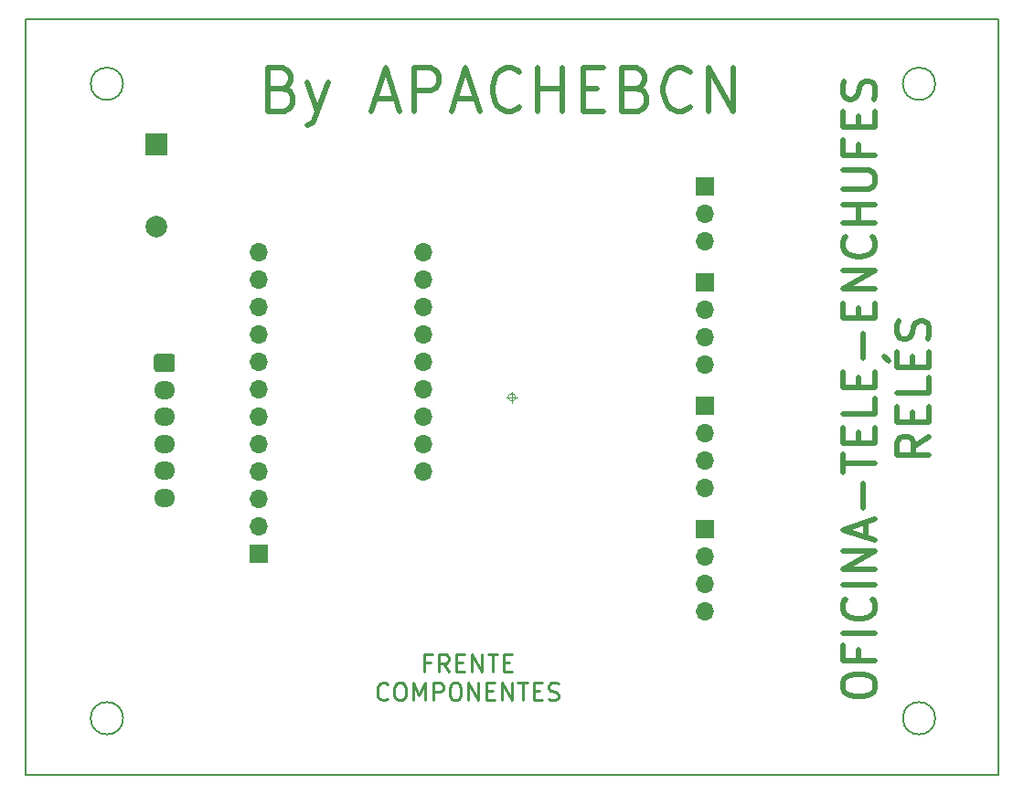
<source format=gtl>
%TF.GenerationSoftware,KiCad,Pcbnew,5.1.10*%
%TF.CreationDate,2021-07-26T03:00:59+02:00*%
%TF.ProjectId,OFICINA-TELE-ENCHUFES-RELES,4f464943-494e-4412-9d54-454c452d454e,rev?*%
%TF.SameCoordinates,Original*%
%TF.FileFunction,Copper,L1,Top*%
%TF.FilePolarity,Positive*%
%FSLAX45Y45*%
G04 Gerber Fmt 4.5, Leading zero omitted, Abs format (unit mm)*
G04 Created by KiCad (PCBNEW 5.1.10) date 2021-07-26 03:00:59*
%MOMM*%
%LPD*%
G01*
G04 APERTURE LIST*
%TA.AperFunction,Profile*%
%ADD10C,0.100000*%
%TD*%
%TA.AperFunction,Profile*%
%ADD11C,0.200000*%
%TD*%
%TA.AperFunction,NonConductor*%
%ADD12C,0.500000*%
%TD*%
%TA.AperFunction,NonConductor*%
%ADD13C,0.250000*%
%TD*%
%TA.AperFunction,ComponentPad*%
%ADD14O,1.700000X1.700000*%
%TD*%
%TA.AperFunction,ComponentPad*%
%ADD15R,1.700000X1.700000*%
%TD*%
%TA.AperFunction,ComponentPad*%
%ADD16O,1.950000X1.700000*%
%TD*%
%TA.AperFunction,ComponentPad*%
%ADD17R,2.000000X2.000000*%
%TD*%
%TA.AperFunction,ComponentPad*%
%ADD18C,2.000000*%
%TD*%
G04 APERTURE END LIST*
D10*
X16113533Y-8260100D02*
G75*
G03*
X16113533Y-8260100I-33333J0D01*
G01*
X16030200Y-8260100D02*
X16130200Y-8260100D01*
X16080200Y-8210100D02*
X16080200Y-8310100D01*
D11*
X11576020Y-11759890D02*
X11576020Y-4759890D01*
X20585020Y-4759890D02*
X11576020Y-4759890D01*
X20585020Y-11759890D02*
X20585020Y-4759890D01*
X11576020Y-11759890D02*
X20585020Y-11759890D01*
X20000600Y-11234300D02*
G75*
G03*
X20000600Y-11234300I-150000J0D01*
G01*
X20000600Y-5355900D02*
G75*
G03*
X20000600Y-5355900I-150000J0D01*
G01*
X12479900Y-5355900D02*
G75*
G03*
X12479900Y-5355900I-150000J0D01*
G01*
X12479900Y-11234300D02*
G75*
G03*
X12479900Y-11234300I-150000J0D01*
G01*
D12*
X19144714Y-10958171D02*
X19144714Y-10901029D01*
X19159000Y-10872457D01*
X19187571Y-10843886D01*
X19244714Y-10829600D01*
X19344714Y-10829600D01*
X19401857Y-10843886D01*
X19430429Y-10872457D01*
X19444714Y-10901029D01*
X19444714Y-10958171D01*
X19430429Y-10986743D01*
X19401857Y-11015314D01*
X19344714Y-11029600D01*
X19244714Y-11029600D01*
X19187571Y-11015314D01*
X19159000Y-10986743D01*
X19144714Y-10958171D01*
X19287571Y-10601029D02*
X19287571Y-10701029D01*
X19444714Y-10701029D02*
X19144714Y-10701029D01*
X19144714Y-10558171D01*
X19444714Y-10443886D02*
X19144714Y-10443886D01*
X19416143Y-10129600D02*
X19430429Y-10143886D01*
X19444714Y-10186743D01*
X19444714Y-10215314D01*
X19430429Y-10258171D01*
X19401857Y-10286743D01*
X19373286Y-10301029D01*
X19316143Y-10315314D01*
X19273286Y-10315314D01*
X19216143Y-10301029D01*
X19187571Y-10286743D01*
X19159000Y-10258171D01*
X19144714Y-10215314D01*
X19144714Y-10186743D01*
X19159000Y-10143886D01*
X19173286Y-10129600D01*
X19444714Y-10001029D02*
X19144714Y-10001029D01*
X19444714Y-9858171D02*
X19144714Y-9858171D01*
X19444714Y-9686743D01*
X19144714Y-9686743D01*
X19359000Y-9558171D02*
X19359000Y-9415314D01*
X19444714Y-9586743D02*
X19144714Y-9486743D01*
X19444714Y-9386743D01*
X19330429Y-9286743D02*
X19330429Y-9058171D01*
X19144714Y-8958171D02*
X19144714Y-8786743D01*
X19444714Y-8872457D02*
X19144714Y-8872457D01*
X19287571Y-8686743D02*
X19287571Y-8586743D01*
X19444714Y-8543886D02*
X19444714Y-8686743D01*
X19144714Y-8686743D01*
X19144714Y-8543886D01*
X19444714Y-8272457D02*
X19444714Y-8415314D01*
X19144714Y-8415314D01*
X19287571Y-8172457D02*
X19287571Y-8072457D01*
X19444714Y-8029600D02*
X19444714Y-8172457D01*
X19144714Y-8172457D01*
X19144714Y-8029600D01*
X19330429Y-7901028D02*
X19330429Y-7672457D01*
X19287571Y-7529600D02*
X19287571Y-7429600D01*
X19444714Y-7386743D02*
X19444714Y-7529600D01*
X19144714Y-7529600D01*
X19144714Y-7386743D01*
X19444714Y-7258171D02*
X19144714Y-7258171D01*
X19444714Y-7086743D01*
X19144714Y-7086743D01*
X19416143Y-6772457D02*
X19430429Y-6786743D01*
X19444714Y-6829600D01*
X19444714Y-6858171D01*
X19430429Y-6901028D01*
X19401857Y-6929600D01*
X19373286Y-6943886D01*
X19316143Y-6958171D01*
X19273286Y-6958171D01*
X19216143Y-6943886D01*
X19187571Y-6929600D01*
X19159000Y-6901028D01*
X19144714Y-6858171D01*
X19144714Y-6829600D01*
X19159000Y-6786743D01*
X19173286Y-6772457D01*
X19444714Y-6643886D02*
X19144714Y-6643886D01*
X19287571Y-6643886D02*
X19287571Y-6472457D01*
X19444714Y-6472457D02*
X19144714Y-6472457D01*
X19144714Y-6329600D02*
X19387571Y-6329600D01*
X19416143Y-6315314D01*
X19430429Y-6301028D01*
X19444714Y-6272457D01*
X19444714Y-6215314D01*
X19430429Y-6186743D01*
X19416143Y-6172457D01*
X19387571Y-6158171D01*
X19144714Y-6158171D01*
X19287571Y-5915314D02*
X19287571Y-6015314D01*
X19444714Y-6015314D02*
X19144714Y-6015314D01*
X19144714Y-5872457D01*
X19287571Y-5758171D02*
X19287571Y-5658171D01*
X19444714Y-5615314D02*
X19444714Y-5758171D01*
X19144714Y-5758171D01*
X19144714Y-5615314D01*
X19430429Y-5501029D02*
X19444714Y-5458171D01*
X19444714Y-5386743D01*
X19430429Y-5358171D01*
X19416143Y-5343886D01*
X19387571Y-5329600D01*
X19359000Y-5329600D01*
X19330429Y-5343886D01*
X19316143Y-5358171D01*
X19301857Y-5386743D01*
X19287571Y-5443886D01*
X19273286Y-5472457D01*
X19259000Y-5486743D01*
X19230429Y-5501029D01*
X19201857Y-5501029D01*
X19173286Y-5486743D01*
X19159000Y-5472457D01*
X19144714Y-5443886D01*
X19144714Y-5372457D01*
X19159000Y-5329600D01*
X19944714Y-8622457D02*
X19801857Y-8722457D01*
X19944714Y-8793886D02*
X19644714Y-8793886D01*
X19644714Y-8679600D01*
X19659000Y-8651029D01*
X19673286Y-8636743D01*
X19701857Y-8622457D01*
X19744714Y-8622457D01*
X19773286Y-8636743D01*
X19787571Y-8651029D01*
X19801857Y-8679600D01*
X19801857Y-8793886D01*
X19787571Y-8493886D02*
X19787571Y-8393886D01*
X19944714Y-8351028D02*
X19944714Y-8493886D01*
X19644714Y-8493886D01*
X19644714Y-8351028D01*
X19944714Y-8079600D02*
X19944714Y-8222457D01*
X19644714Y-8222457D01*
X19787571Y-7979600D02*
X19787571Y-7879600D01*
X19944714Y-7836743D02*
X19944714Y-7979600D01*
X19644714Y-7979600D01*
X19644714Y-7836743D01*
X19530429Y-7879600D02*
X19573286Y-7922457D01*
X19930429Y-7722457D02*
X19944714Y-7679600D01*
X19944714Y-7608171D01*
X19930429Y-7579600D01*
X19916143Y-7565314D01*
X19887571Y-7551028D01*
X19859000Y-7551028D01*
X19830429Y-7565314D01*
X19816143Y-7579600D01*
X19801857Y-7608171D01*
X19787571Y-7665314D01*
X19773286Y-7693886D01*
X19759000Y-7708171D01*
X19730429Y-7722457D01*
X19701857Y-7722457D01*
X19673286Y-7708171D01*
X19659000Y-7693886D01*
X19644714Y-7665314D01*
X19644714Y-7593886D01*
X19659000Y-7551028D01*
X13957052Y-5399029D02*
X14014195Y-5418076D01*
X14033243Y-5437124D01*
X14052290Y-5475219D01*
X14052290Y-5532362D01*
X14033243Y-5570457D01*
X14014195Y-5589505D01*
X13976100Y-5608552D01*
X13823719Y-5608552D01*
X13823719Y-5208552D01*
X13957052Y-5208552D01*
X13995148Y-5227600D01*
X14014195Y-5246648D01*
X14033243Y-5284743D01*
X14033243Y-5322838D01*
X14014195Y-5360933D01*
X13995148Y-5379981D01*
X13957052Y-5399029D01*
X13823719Y-5399029D01*
X14185624Y-5341886D02*
X14280862Y-5608552D01*
X14376100Y-5341886D02*
X14280862Y-5608552D01*
X14242767Y-5703790D01*
X14223719Y-5722838D01*
X14185624Y-5741886D01*
X14814195Y-5494267D02*
X15004671Y-5494267D01*
X14776100Y-5608552D02*
X14909433Y-5208552D01*
X15042767Y-5608552D01*
X15176100Y-5608552D02*
X15176100Y-5208552D01*
X15328481Y-5208552D01*
X15366576Y-5227600D01*
X15385624Y-5246648D01*
X15404671Y-5284743D01*
X15404671Y-5341886D01*
X15385624Y-5379981D01*
X15366576Y-5399029D01*
X15328481Y-5418076D01*
X15176100Y-5418076D01*
X15557052Y-5494267D02*
X15747528Y-5494267D01*
X15518957Y-5608552D02*
X15652290Y-5208552D01*
X15785624Y-5608552D01*
X16147528Y-5570457D02*
X16128481Y-5589505D01*
X16071338Y-5608552D01*
X16033243Y-5608552D01*
X15976100Y-5589505D01*
X15938005Y-5551410D01*
X15918957Y-5513314D01*
X15899909Y-5437124D01*
X15899909Y-5379981D01*
X15918957Y-5303790D01*
X15938005Y-5265695D01*
X15976100Y-5227600D01*
X16033243Y-5208552D01*
X16071338Y-5208552D01*
X16128481Y-5227600D01*
X16147528Y-5246648D01*
X16318957Y-5608552D02*
X16318957Y-5208552D01*
X16318957Y-5399029D02*
X16547528Y-5399029D01*
X16547528Y-5608552D02*
X16547528Y-5208552D01*
X16738005Y-5399029D02*
X16871338Y-5399029D01*
X16928481Y-5608552D02*
X16738005Y-5608552D01*
X16738005Y-5208552D01*
X16928481Y-5208552D01*
X17233243Y-5399029D02*
X17290386Y-5418076D01*
X17309433Y-5437124D01*
X17328481Y-5475219D01*
X17328481Y-5532362D01*
X17309433Y-5570457D01*
X17290386Y-5589505D01*
X17252290Y-5608552D01*
X17099910Y-5608552D01*
X17099910Y-5208552D01*
X17233243Y-5208552D01*
X17271338Y-5227600D01*
X17290386Y-5246648D01*
X17309433Y-5284743D01*
X17309433Y-5322838D01*
X17290386Y-5360933D01*
X17271338Y-5379981D01*
X17233243Y-5399029D01*
X17099910Y-5399029D01*
X17728481Y-5570457D02*
X17709433Y-5589505D01*
X17652290Y-5608552D01*
X17614195Y-5608552D01*
X17557052Y-5589505D01*
X17518957Y-5551410D01*
X17499910Y-5513314D01*
X17480862Y-5437124D01*
X17480862Y-5379981D01*
X17499910Y-5303790D01*
X17518957Y-5265695D01*
X17557052Y-5227600D01*
X17614195Y-5208552D01*
X17652290Y-5208552D01*
X17709433Y-5227600D01*
X17728481Y-5246648D01*
X17899910Y-5608552D02*
X17899910Y-5208552D01*
X18128481Y-5608552D01*
X18128481Y-5208552D01*
D13*
X15324633Y-10719271D02*
X15271300Y-10719271D01*
X15271300Y-10803081D02*
X15271300Y-10643081D01*
X15347490Y-10643081D01*
X15499871Y-10803081D02*
X15446538Y-10726890D01*
X15408443Y-10803081D02*
X15408443Y-10643081D01*
X15469395Y-10643081D01*
X15484633Y-10650700D01*
X15492252Y-10658319D01*
X15499871Y-10673557D01*
X15499871Y-10696414D01*
X15492252Y-10711652D01*
X15484633Y-10719271D01*
X15469395Y-10726890D01*
X15408443Y-10726890D01*
X15568443Y-10719271D02*
X15621776Y-10719271D01*
X15644633Y-10803081D02*
X15568443Y-10803081D01*
X15568443Y-10643081D01*
X15644633Y-10643081D01*
X15713205Y-10803081D02*
X15713205Y-10643081D01*
X15804633Y-10803081D01*
X15804633Y-10643081D01*
X15857967Y-10643081D02*
X15949395Y-10643081D01*
X15903681Y-10803081D02*
X15903681Y-10643081D01*
X16002728Y-10719271D02*
X16056062Y-10719271D01*
X16078919Y-10803081D02*
X16002728Y-10803081D01*
X16002728Y-10643081D01*
X16078919Y-10643081D01*
X14932252Y-11052843D02*
X14924633Y-11060462D01*
X14901776Y-11068081D01*
X14886538Y-11068081D01*
X14863681Y-11060462D01*
X14848443Y-11045224D01*
X14840824Y-11029986D01*
X14833205Y-10999510D01*
X14833205Y-10976652D01*
X14840824Y-10946176D01*
X14848443Y-10930938D01*
X14863681Y-10915700D01*
X14886538Y-10908081D01*
X14901776Y-10908081D01*
X14924633Y-10915700D01*
X14932252Y-10923319D01*
X15031300Y-10908081D02*
X15061776Y-10908081D01*
X15077014Y-10915700D01*
X15092252Y-10930938D01*
X15099871Y-10961414D01*
X15099871Y-11014748D01*
X15092252Y-11045224D01*
X15077014Y-11060462D01*
X15061776Y-11068081D01*
X15031300Y-11068081D01*
X15016062Y-11060462D01*
X15000824Y-11045224D01*
X14993205Y-11014748D01*
X14993205Y-10961414D01*
X15000824Y-10930938D01*
X15016062Y-10915700D01*
X15031300Y-10908081D01*
X15168443Y-11068081D02*
X15168443Y-10908081D01*
X15221776Y-11022367D01*
X15275109Y-10908081D01*
X15275109Y-11068081D01*
X15351300Y-11068081D02*
X15351300Y-10908081D01*
X15412252Y-10908081D01*
X15427490Y-10915700D01*
X15435109Y-10923319D01*
X15442728Y-10938557D01*
X15442728Y-10961414D01*
X15435109Y-10976652D01*
X15427490Y-10984271D01*
X15412252Y-10991890D01*
X15351300Y-10991890D01*
X15541776Y-10908081D02*
X15572252Y-10908081D01*
X15587490Y-10915700D01*
X15602728Y-10930938D01*
X15610348Y-10961414D01*
X15610348Y-11014748D01*
X15602728Y-11045224D01*
X15587490Y-11060462D01*
X15572252Y-11068081D01*
X15541776Y-11068081D01*
X15526538Y-11060462D01*
X15511300Y-11045224D01*
X15503681Y-11014748D01*
X15503681Y-10961414D01*
X15511300Y-10930938D01*
X15526538Y-10915700D01*
X15541776Y-10908081D01*
X15678919Y-11068081D02*
X15678919Y-10908081D01*
X15770348Y-11068081D01*
X15770348Y-10908081D01*
X15846538Y-10984271D02*
X15899871Y-10984271D01*
X15922728Y-11068081D02*
X15846538Y-11068081D01*
X15846538Y-10908081D01*
X15922728Y-10908081D01*
X15991300Y-11068081D02*
X15991300Y-10908081D01*
X16082728Y-11068081D01*
X16082728Y-10908081D01*
X16136062Y-10908081D02*
X16227490Y-10908081D01*
X16181776Y-11068081D02*
X16181776Y-10908081D01*
X16280824Y-10984271D02*
X16334157Y-10984271D01*
X16357014Y-11068081D02*
X16280824Y-11068081D01*
X16280824Y-10908081D01*
X16357014Y-10908081D01*
X16417967Y-11060462D02*
X16440824Y-11068081D01*
X16478919Y-11068081D01*
X16494157Y-11060462D01*
X16501776Y-11052843D01*
X16509395Y-11037605D01*
X16509395Y-11022367D01*
X16501776Y-11007129D01*
X16494157Y-10999510D01*
X16478919Y-10991890D01*
X16448443Y-10984271D01*
X16433205Y-10976652D01*
X16425586Y-10969033D01*
X16417967Y-10953795D01*
X16417967Y-10938557D01*
X16425586Y-10923319D01*
X16433205Y-10915700D01*
X16448443Y-10908081D01*
X16486538Y-10908081D01*
X16509395Y-10915700D01*
D14*
%TO.P,RELE-7,3*%
%TO.N,/RELE7*%
X17868400Y-6811900D03*
%TO.P,RELE-7,2*%
%TO.N,GND*%
X17868400Y-6557900D03*
D15*
%TO.P,RELE-7,1*%
%TO.N,VCC*%
X17868400Y-6303900D03*
%TD*%
D14*
%TO.P,ARDUINO_L1,5*%
%TO.N,/RELE1*%
X15262370Y-8695070D03*
%TO.P,ARDUINO_L1,6*%
%TO.N,/RELE2*%
X15262370Y-8441070D03*
%TO.P,ARDUINO_L1,7*%
%TO.N,/RELE3*%
X15262370Y-8187070D03*
%TO.P,ARDUINO_L1,8*%
%TO.N,/RELE4*%
X15262370Y-7933070D03*
%TO.P,ARDUINO_L1,9*%
%TO.N,/RELE5*%
X15262370Y-7679070D03*
%TO.P,ARDUINO_L1,10*%
%TO.N,/RELE6*%
X15262370Y-7425070D03*
%TO.P,ARDUINO_L1,11*%
%TO.N,/RELE7*%
X15262370Y-7171070D03*
%TO.P,ARDUINO_L1,12*%
%TO.N,Net-(ARDUINO_L1-Pad12)*%
X15262370Y-6917070D03*
%TO.P,ARDUINO_L1,4*%
%TO.N,GND*%
X15262370Y-8949070D03*
%TD*%
%TO.P,RELE-1-2,4*%
%TO.N,/RELE1*%
X17868400Y-10240900D03*
%TO.P,RELE-1-2,3*%
%TO.N,/RELE2*%
X17868400Y-9986900D03*
%TO.P,RELE-1-2,2*%
%TO.N,GND*%
X17868400Y-9732900D03*
D15*
%TO.P,RELE-1-2,1*%
%TO.N,VCC*%
X17868400Y-9478900D03*
%TD*%
%TO.P,INTERFAZ-CONECTOR1,1*%
%TO.N,/LOAD*%
%TA.AperFunction,ComponentPad*%
G36*
G01*
X12791500Y-7857700D02*
X12936500Y-7857700D01*
G75*
G02*
X12961500Y-7882700I0J-25000D01*
G01*
X12961500Y-8002700D01*
G75*
G02*
X12936500Y-8027700I-25000J0D01*
G01*
X12791500Y-8027700D01*
G75*
G02*
X12766500Y-8002700I0J25000D01*
G01*
X12766500Y-7882700D01*
G75*
G02*
X12791500Y-7857700I25000J0D01*
G01*
G37*
%TD.AperFunction*%
D16*
%TO.P,INTERFAZ-CONECTOR1,2*%
%TO.N,/LATCH*%
X12864000Y-8192700D03*
%TO.P,INTERFAZ-CONECTOR1,3*%
%TO.N,/DATA*%
X12864000Y-8442700D03*
%TO.P,INTERFAZ-CONECTOR1,4*%
%TO.N,/CLOCK*%
X12864000Y-8692700D03*
%TO.P,INTERFAZ-CONECTOR1,5*%
%TO.N,GND*%
X12864000Y-8942700D03*
%TO.P,INTERFAZ-CONECTOR1,6*%
%TO.N,VCC*%
X12864000Y-9192700D03*
%TD*%
D15*
%TO.P,RELE-3-4,1*%
%TO.N,VCC*%
X17868400Y-8335900D03*
D14*
%TO.P,RELE-3-4,2*%
%TO.N,GND*%
X17868400Y-8589900D03*
%TO.P,RELE-3-4,3*%
%TO.N,/RELE4*%
X17868400Y-8843900D03*
%TO.P,RELE-3-4,4*%
%TO.N,/RELE3*%
X17868400Y-9097900D03*
%TD*%
D15*
%TO.P,RELE-5-6,1*%
%TO.N,VCC*%
X17868400Y-7192900D03*
D14*
%TO.P,RELE-5-6,2*%
%TO.N,GND*%
X17868400Y-7446900D03*
%TO.P,RELE-5-6,3*%
%TO.N,/RELE6*%
X17868400Y-7700900D03*
%TO.P,RELE-5-6,4*%
%TO.N,/RELE5*%
X17868400Y-7954900D03*
%TD*%
%TO.P,ARDUINO_R1,12*%
%TO.N,/10*%
X13738370Y-6919070D03*
%TO.P,ARDUINO_R1,11*%
%TO.N,/11*%
X13738370Y-7173070D03*
%TO.P,ARDUINO_R1,10*%
%TO.N,/12*%
X13738370Y-7427070D03*
%TO.P,ARDUINO_R1,9*%
%TO.N,/13*%
X13738370Y-7681070D03*
%TO.P,ARDUINO_R1,8*%
%TO.N,/LOAD*%
X13738370Y-7935070D03*
%TO.P,ARDUINO_R1,7*%
%TO.N,/LATCH*%
X13738370Y-8189070D03*
%TO.P,ARDUINO_R1,6*%
%TO.N,/DATA*%
X13738370Y-8443070D03*
%TO.P,ARDUINO_R1,5*%
%TO.N,/CLOCK*%
X13738370Y-8697070D03*
%TO.P,ARDUINO_R1,4*%
%TO.N,VCC*%
X13738370Y-8951070D03*
%TO.P,ARDUINO_R1,3*%
%TO.N,Net-(ARDUINO_R1-Pad3)*%
X13738370Y-9205070D03*
%TO.P,ARDUINO_R1,2*%
%TO.N,GND*%
X13738370Y-9459070D03*
D15*
%TO.P,ARDUINO_R1,1*%
%TO.N,/RAW9V*%
X13738370Y-9713070D03*
%TD*%
D17*
%TO.P,BUZZER1,1*%
%TO.N,GND*%
X12787100Y-5918200D03*
D18*
%TO.P,BUZZER1,2*%
%TO.N,/12*%
X12787100Y-6678200D03*
%TD*%
M02*

</source>
